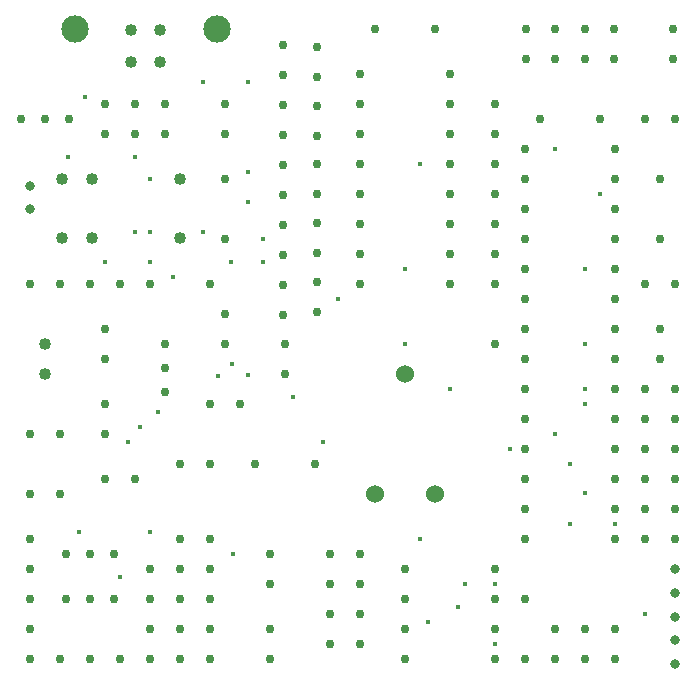
<source format=gbr>
G04 PROTEUS GERBER X2 FILE*
%TF.GenerationSoftware,Labcenter,Proteus,8.16-SP3-Build36097*%
%TF.CreationDate,2025-03-15T21:07:40+00:00*%
%TF.FileFunction,Plated,1,2,PTH*%
%TF.FilePolarity,Positive*%
%TF.Part,Single*%
%TF.SameCoordinates,{0eda3102-f78e-4ef4-8f68-bee456db5da4}*%
%FSLAX45Y45*%
%MOMM*%
G01*
%TA.AperFunction,ViaDrill*%
%ADD54C,0.381000*%
%TA.AperFunction,ComponentDrill*%
%ADD55C,0.762000*%
%TA.AperFunction,ComponentDrill*%
%ADD56C,0.812800*%
%TA.AperFunction,ComponentDrill*%
%ADD57C,1.524000*%
%TA.AperFunction,ComponentDrill*%
%ADD58C,1.016000*%
%TA.AperFunction,ComponentDrill*%
%ADD59C,2.311400*%
%TD.AperFunction*%
D54*
X+3599000Y-1674000D03*
X+4869000Y-4214000D03*
X+1186000Y-2245500D03*
X+1186000Y-1610500D03*
X+3916500Y-5420500D03*
X+3980000Y-5230000D03*
X+4234000Y-5230000D03*
X+5123000Y-1928000D03*
X+4996000Y-3198000D03*
X+4996000Y-3579000D03*
X+4742000Y-1547000D03*
X+4742000Y-3960000D03*
X+1122500Y-4023500D03*
X+2011500Y-4976000D03*
X+2265500Y-2309000D03*
X+2138500Y-1737500D03*
X+614500Y-1610500D03*
X+761978Y-1099960D03*
X+1757500Y-975500D03*
X+2138500Y-975500D03*
X+1313000Y-4785500D03*
X+2900500Y-2817000D03*
X+3472000Y-2563000D03*
X+4234000Y-5738000D03*
X+3662500Y-5547500D03*
X+4361000Y-4087000D03*
X+709749Y-4785500D03*
X+2773500Y-4023500D03*
X+1757500Y-2245500D03*
X+3853000Y-3579000D03*
X+5504000Y-5484000D03*
X+3599000Y-4849000D03*
X+4869000Y-4722000D03*
X+4996000Y-3706000D03*
X+932000Y-2499500D03*
X+1313000Y-2499500D03*
X+1503500Y-2626500D03*
X+2138500Y-1991500D03*
X+4996000Y-2563000D03*
X+2519500Y-3642500D03*
X+2138500Y-3459620D03*
X+1885389Y-3467240D03*
X+1376500Y-3769500D03*
X+1059000Y-5166500D03*
X+2008960Y-3360560D03*
X+3472000Y-3198000D03*
X+4996000Y-4460380D03*
X+5250000Y-4722000D03*
X+1230450Y-3896500D03*
X+2265500Y-2499500D03*
X+1997316Y-2499500D03*
X+1313000Y-1801000D03*
X+1313000Y-2245500D03*
D55*
X+3091000Y-912000D03*
X+3091000Y-1166000D03*
X+3091000Y-1420000D03*
X+3091000Y-1674000D03*
X+3091000Y-1928000D03*
X+3091000Y-2182000D03*
X+3091000Y-2436000D03*
X+3091000Y-2690000D03*
X+3853000Y-2690000D03*
X+3853000Y-2436000D03*
X+3853000Y-2182000D03*
X+3853000Y-1928000D03*
X+3853000Y-1674000D03*
X+3853000Y-1420000D03*
X+3853000Y-1166000D03*
X+3853000Y-912000D03*
X+2726000Y-932000D03*
X+2726000Y-678000D03*
X+2726000Y-1432000D03*
X+2726000Y-1178000D03*
X+2726000Y-1674000D03*
X+2726000Y-1928000D03*
X+2726000Y-2428000D03*
X+2726000Y-2174000D03*
X+2726000Y-2928000D03*
X+2726000Y-2674000D03*
X+2436000Y-916000D03*
X+2436000Y-662000D03*
X+2436000Y-1424000D03*
X+2436000Y-1170000D03*
X+2436000Y-1932000D03*
X+2436000Y-1678000D03*
X+2436000Y-2440000D03*
X+2436000Y-2186000D03*
X+2436000Y-2948000D03*
X+2436000Y-2694000D03*
X+3218000Y-531000D03*
X+3726000Y-531000D03*
X+4234000Y-1420000D03*
X+4234000Y-1166000D03*
X+4234000Y-1674000D03*
X+4234000Y-1928000D03*
X+4234000Y-2436000D03*
X+4234000Y-2182000D03*
X+4234000Y-3198000D03*
X+4234000Y-2690000D03*
X+4615000Y-1293000D03*
X+5123000Y-1293000D03*
X+5250000Y-4849000D03*
X+5250000Y-4595000D03*
X+5250000Y-4341000D03*
X+5250000Y-4087000D03*
X+5250000Y-3833000D03*
X+5250000Y-3579000D03*
X+5250000Y-3325000D03*
X+5250000Y-3071000D03*
X+5250000Y-2817000D03*
X+5250000Y-2563000D03*
X+5250000Y-2309000D03*
X+5250000Y-2055000D03*
X+5250000Y-1801000D03*
X+5250000Y-1547000D03*
X+4488000Y-1547000D03*
X+4488000Y-1801000D03*
X+4488000Y-2055000D03*
X+4488000Y-2309000D03*
X+4488000Y-2563000D03*
X+4488000Y-2817000D03*
X+4488000Y-3071000D03*
X+4488000Y-3325000D03*
X+4488000Y-3579000D03*
X+4488000Y-3833000D03*
X+4488000Y-4087000D03*
X+4488000Y-4341000D03*
X+4488000Y-4595000D03*
X+4488000Y-4847000D03*
X+5631000Y-2309000D03*
X+5631000Y-1801000D03*
X+4492000Y-785000D03*
X+4492000Y-531000D03*
X+4742000Y-785000D03*
X+4742000Y-531000D03*
X+4992000Y-531000D03*
X+4992000Y-785000D03*
X+5242000Y-531000D03*
X+5242000Y-785000D03*
X+5742000Y-785000D03*
X+5742000Y-531000D03*
X+5758000Y-1293000D03*
X+5504000Y-1293000D03*
X+5504000Y-2690000D03*
X+5758000Y-2690000D03*
X+5631000Y-3325000D03*
X+5631000Y-3071000D03*
X+5504000Y-3579000D03*
X+5758000Y-3579000D03*
X+5758000Y-3833000D03*
X+5504000Y-3833000D03*
X+5758000Y-4087000D03*
X+5504000Y-4087000D03*
X+5758000Y-4341000D03*
X+5504000Y-4341000D03*
X+5758000Y-4595000D03*
X+5504000Y-4595000D03*
X+5504000Y-4849000D03*
X+5758000Y-4849000D03*
D56*
X+5758000Y-5903000D03*
X+5758000Y-5703000D03*
X+5758000Y-5503000D03*
X+5758000Y-5303000D03*
X+5758000Y-5103000D03*
D55*
X+5250000Y-5865000D03*
X+5250000Y-5611000D03*
X+4996000Y-5611000D03*
X+4996000Y-5865000D03*
X+4742000Y-5611000D03*
X+4742000Y-5865000D03*
X+4488000Y-5865000D03*
X+4488000Y-5357000D03*
X+3472000Y-5103000D03*
X+3472000Y-5357000D03*
X+3472000Y-5611000D03*
X+3472000Y-5865000D03*
X+4234000Y-5865000D03*
X+4234000Y-5611000D03*
X+4234000Y-5357000D03*
X+4234000Y-5103000D03*
X+3091000Y-5738000D03*
X+3091000Y-5484000D03*
X+2837000Y-5738000D03*
X+2837000Y-5484000D03*
X+3091000Y-5230000D03*
X+3091000Y-4976000D03*
X+2837000Y-5230000D03*
X+2837000Y-4976000D03*
D57*
X+3218000Y-4468000D03*
X+3726000Y-4468000D03*
X+3472000Y-3452000D03*
D55*
X+2329000Y-5865000D03*
X+2329000Y-5611000D03*
X+2329000Y-4976000D03*
X+2329000Y-5230000D03*
X+1567000Y-5865000D03*
X+1821000Y-5865000D03*
X+1821000Y-5611000D03*
X+1567000Y-5611000D03*
X+1567000Y-5357000D03*
X+1821000Y-5357000D03*
X+1821000Y-5103000D03*
X+1567000Y-5103000D03*
X+1821000Y-4849000D03*
X+1567000Y-4849000D03*
X+1313000Y-5611000D03*
X+1313000Y-5865000D03*
X+1313000Y-5357000D03*
X+1313000Y-5103000D03*
X+805000Y-5865000D03*
X+1059000Y-5865000D03*
X+297000Y-5865000D03*
X+551000Y-5865000D03*
X+1008200Y-5357000D03*
X+805000Y-5357000D03*
X+601800Y-5357000D03*
X+601800Y-4976000D03*
X+805000Y-4976000D03*
X+1008200Y-4976000D03*
X+297000Y-5357000D03*
X+297000Y-5611000D03*
X+297000Y-4849000D03*
X+297000Y-5103000D03*
X+297000Y-4468000D03*
X+551000Y-4468000D03*
X+1186000Y-4341000D03*
X+932000Y-4341000D03*
X+2202000Y-4214000D03*
X+2710000Y-4214000D03*
X+1821000Y-4214000D03*
X+1567000Y-4214000D03*
X+551000Y-3960000D03*
X+297000Y-3960000D03*
D58*
X+424000Y-3198000D03*
X+424000Y-3452000D03*
D55*
X+932000Y-3960000D03*
X+932000Y-3706000D03*
X+932000Y-3071000D03*
X+932000Y-3325000D03*
X+1440000Y-3604400D03*
X+1440000Y-3401200D03*
X+1440000Y-3198000D03*
X+2075000Y-3706000D03*
X+1821000Y-3706000D03*
X+1948000Y-3198000D03*
X+1948000Y-2944000D03*
X+2456000Y-3452000D03*
X+2456000Y-3198000D03*
D58*
X+817000Y-2301000D03*
X+817000Y-1801000D03*
X+1567000Y-2301000D03*
X+1567000Y-1801000D03*
X+567000Y-2301000D03*
X+567000Y-1801000D03*
D55*
X+1821000Y-2690000D03*
X+1313000Y-2690000D03*
X+1059000Y-2690000D03*
X+805000Y-2690000D03*
X+551000Y-2690000D03*
X+297000Y-2690000D03*
D56*
X+297000Y-2055000D03*
X+297000Y-1855000D03*
D55*
X+220800Y-1293000D03*
X+424000Y-1293000D03*
X+627200Y-1293000D03*
X+932000Y-1166000D03*
X+932000Y-1420000D03*
X+1186000Y-1166000D03*
X+1186000Y-1420000D03*
X+1440000Y-1420000D03*
X+1440000Y-1166000D03*
X+1948000Y-1801000D03*
X+1948000Y-2309000D03*
X+1948000Y-1420000D03*
X+1948000Y-1166000D03*
D58*
X+1149920Y-803880D03*
X+1398840Y-803880D03*
X+1398840Y-532100D03*
X+1149920Y-532100D03*
D59*
X+1881960Y-531000D03*
X+678000Y-531000D03*
M02*

</source>
